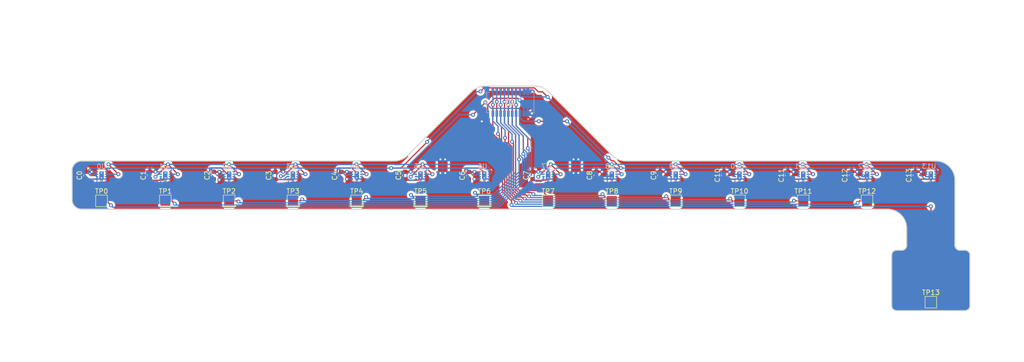
<source format=kicad_pcb>
(kicad_pcb
	(version 20240108)
	(generator "pcbnew")
	(generator_version "8.0")
	(general
		(thickness 1.6)
		(legacy_teardrops no)
	)
	(paper "A4")
	(layers
		(0 "F.Cu" signal)
		(31 "B.Cu" signal)
		(32 "B.Adhes" user "B.Adhesive")
		(33 "F.Adhes" user "F.Adhesive")
		(34 "B.Paste" user)
		(35 "F.Paste" user)
		(36 "B.SilkS" user "B.Silkscreen")
		(37 "F.SilkS" user "F.Silkscreen")
		(38 "B.Mask" user)
		(39 "F.Mask" user)
		(40 "Dwgs.User" user "User.Drawings")
		(41 "Cmts.User" user "User.Comments")
		(42 "Eco1.User" user "User.Eco1")
		(43 "Eco2.User" user "User.Eco2")
		(44 "Edge.Cuts" user)
		(45 "Margin" user)
		(46 "B.CrtYd" user "B.Courtyard")
		(47 "F.CrtYd" user "F.Courtyard")
		(48 "B.Fab" user)
		(49 "F.Fab" user)
		(50 "User.1" user)
		(51 "User.2" user)
		(52 "User.3" user)
		(53 "User.4" user)
		(54 "User.5" user)
		(55 "User.6" user)
		(56 "User.7" user)
		(57 "User.8" user)
		(58 "User.9" user)
	)
	(setup
		(stackup
			(layer "F.SilkS"
				(type "Top Silk Screen")
			)
			(layer "F.Paste"
				(type "Top Solder Paste")
			)
			(layer "F.Mask"
				(type "Top Solder Mask")
				(thickness 0.01)
			)
			(layer "F.Cu"
				(type "copper")
				(thickness 0.035)
			)
			(layer "dielectric 1"
				(type "core")
				(thickness 1.51)
				(material "FR4")
				(epsilon_r 4.5)
				(loss_tangent 0.02)
			)
			(layer "B.Cu"
				(type "copper")
				(thickness 0.035)
			)
			(layer "B.Mask"
				(type "Bottom Solder Mask")
				(thickness 0.01)
			)
			(layer "B.Paste"
				(type "Bottom Solder Paste")
			)
			(layer "B.SilkS"
				(type "Bottom Silk Screen")
			)
			(copper_finish "None")
			(dielectric_constraints no)
		)
		(pad_to_mask_clearance 0)
		(allow_soldermask_bridges_in_footprints no)
		(pcbplotparams
			(layerselection 0x00010fc_ffffffff)
			(plot_on_all_layers_selection 0x0000000_00000000)
			(disableapertmacros no)
			(usegerberextensions no)
			(usegerberattributes yes)
			(usegerberadvancedattributes yes)
			(creategerberjobfile yes)
			(dashed_line_dash_ratio 12.000000)
			(dashed_line_gap_ratio 3.000000)
			(svgprecision 4)
			(plotframeref no)
			(viasonmask no)
			(mode 1)
			(useauxorigin no)
			(hpglpennumber 1)
			(hpglpenspeed 20)
			(hpglpendiameter 15.000000)
			(pdf_front_fp_property_popups yes)
			(pdf_back_fp_property_popups yes)
			(dxfpolygonmode yes)
			(dxfimperialunits yes)
			(dxfusepcbnewfont yes)
			(psnegative no)
			(psa4output no)
			(plotreference yes)
			(plotvalue yes)
			(plotfptext yes)
			(plotinvisibletext no)
			(sketchpadsonfab no)
			(subtractmaskfromsilk no)
			(outputformat 1)
			(mirror no)
			(drillshape 1)
			(scaleselection 1)
			(outputdirectory "")
		)
	)
	(net 0 "")
	(net 1 "GND")
	(net 2 "unconnected-(U3-ALERT-Pad3)")
	(net 3 "/SDA")
	(net 4 "+3V3")
	(net 5 "/SCL")
	(net 6 "unconnected-(U6-ALERT-Pad3)")
	(net 7 "unconnected-(U7-ALERT-Pad3)")
	(net 8 "unconnected-(U1-ALERT-Pad3)")
	(net 9 "unconnected-(U2-ALERT-Pad3)")
	(net 10 "unconnected-(U4-ALERT-Pad3)")
	(net 11 "unconnected-(U5-ALERT-Pad3)")
	(net 12 "unconnected-(U8-ALERT-Pad3)")
	(net 13 "unconnected-(U9-ALERT-Pad3)")
	(net 14 "unconnected-(U10-ALERT-Pad3)")
	(net 15 "unconnected-(U11-ALERT-Pad3)")
	(net 16 "unconnected-(U12-ALERT-Pad3)")
	(net 17 "Net-(J0-Pin_13)")
	(net 18 "Net-(J0-Pin_8)")
	(net 19 "Net-(J0-Pin_17)")
	(net 20 "Net-(J0-Pin_7)")
	(net 21 "Net-(J0-Pin_15)")
	(net 22 "Net-(J0-Pin_20)")
	(net 23 "Net-(J0-Pin_12)")
	(net 24 "Net-(J0-Pin_9)")
	(net 25 "Net-(J0-Pin_11)")
	(net 26 "Net-(J0-Pin_10)")
	(net 27 "Net-(J0-Pin_14)")
	(net 28 "Net-(J0-Pin_16)")
	(net 29 "Net-(J0-Pin_19)")
	(net 30 "Net-(J0-Pin_18)")
	(net 31 "unconnected-(U13-ALERT-Pad3)")
	(net 32 "unconnected-(U0-ALERT-Pad3)")
	(footprint "Capacitor_SMD:C_0603_1608Metric" (layer "F.Cu") (at 74.1 91.35 -90))
	(footprint "TestPoint:TestPoint_Pad_2.0x2.0mm" (layer "F.Cu") (at 143.3 96.62))
	(footprint "TestPoint:TestPoint_Pad_2.0x2.0mm" (layer "F.Cu") (at 209.3 96.62))
	(footprint "TestPoint:TestPoint_Pad_2.0x2.0mm" (layer "F.Cu") (at 222.5 96.62))
	(footprint "Capacitor_SMD:C_0603_1608Metric" (layer "F.Cu") (at 100.07 91.38 -90))
	(footprint "Capacitor_SMD:C_0603_1608Metric" (layer "F.Cu") (at 113.69 91.39 -90))
	(footprint "TestPoint:TestPoint_Pad_2.0x2.0mm" (layer "F.Cu") (at 77.31 96.62))
	(footprint "TestPoint:TestPoint_Pad_2.0x2.0mm" (layer "F.Cu") (at 64.1 96.62))
	(footprint "Capacitor_SMD:C_0603_1608Metric" (layer "F.Cu") (at 87.3 91.35 -90))
	(footprint "Capacitor_SMD:C_0603_1608Metric" (layer "F.Cu") (at 153.3 91.35 -90))
	(footprint "TestPoint:TestPoint_Pad_2.0x2.0mm" (layer "F.Cu") (at 156.5 96.62))
	(footprint "TestPoint:TestPoint_Pad_2.0x2.0mm" (layer "F.Cu") (at 196.11 96.62))
	(footprint "Capacitor_SMD:C_0603_1608Metric" (layer "F.Cu") (at 126.89 91.365 -90))
	(footprint "Capacitor_SMD:C_0603_1608Metric" (layer "F.Cu") (at 192.9 91.35 -90))
	(footprint "TestPoint:TestPoint_Pad_2.0x2.0mm" (layer "F.Cu") (at 130.1 96.62))
	(footprint "TestPoint:TestPoint_Pad_2.0x2.0mm" (layer "F.Cu") (at 235.71 117.61))
	(footprint "TestPoint:TestPoint_Pad_2.0x2.0mm" (layer "F.Cu") (at 169.7 96.62))
	(footprint "TestPoint:TestPoint_Pad_2.0x2.0mm" (layer "F.Cu") (at 182.9 96.62))
	(footprint "Capacitor_SMD:C_0603_1608Metric" (layer "F.Cu") (at 140.09 91.39 -90))
	(footprint "TestPoint:TestPoint_Pad_2.0x2.0mm" (layer "F.Cu") (at 103.71 96.62))
	(footprint "Capacitor_SMD:C_0603_1608Metric" (layer "F.Cu") (at 206.1 91.35 -90))
	(footprint "Capacitor_SMD:C_0603_1608Metric" (layer "F.Cu") (at 60.9 91.35 -90))
	(footprint "Capacitor_SMD:C_0603_1608Metric" (layer "F.Cu") (at 219.3 91.35 -90))
	(footprint "Capacitor_SMD:C_0603_1608Metric" (layer "F.Cu") (at 179.7 91.35 -90))
	(footprint "TestPoint:TestPoint_Pad_2.0x2.0mm" (layer "F.Cu") (at 90.5 96.62))
	(footprint "Capacitor_SMD:C_0603_1608Metric" (layer "F.Cu") (at 232.5 91.35 -90))
	(footprint "Capacitor_SMD:C_0603_1608Metric" (layer "F.Cu") (at 166.5 91.35 -90))
	(footprint "TestPoint:TestPoint_Pad_2.0x2.0mm" (layer "F.Cu") (at 116.9 96.62))
	(footprint "Package_SON:WSON-8-1EP_2x2mm_P0.5mm_EP0.9x1.6mm_ThermalVias" (layer "B.Cu") (at 156.5 91.35 180))
	(footprint "Package_SON:WSON-8-1EP_2x2mm_P0.5mm_EP0.9x1.6mm_ThermalVias" (layer "B.Cu") (at 103.7 91.35 180))
	(footprint "Package_SON:WSON-8-1EP_2x2mm_P0.5mm_EP0.9x1.6mm_ThermalVias" (layer "B.Cu") (at 235.7 91.35 180))
	(footprint "Package_SON:WSON-8-1EP_2x2mm_P0.5mm_EP0.9x1.6mm_ThermalVias" (layer "B.Cu") (at 90.5 91.35 180))
	(footprint "Package_SON:WSON-8-1EP_2x2mm_P0.5mm_EP0.9x1.6mm_ThermalVias" (layer "B.Cu") (at 196.1 91.35 180))
	(footprint "MV_Abnehmerplatine:533092070" (layer "B.Cu") (at 148.68 76.26))
	(footprint "Package_SON:WSON-8-1EP_2x2mm_P0.5mm_EP0.9x1.6mm_ThermalVias" (layer "B.Cu") (at 116.9 91.35 180))
	(footprint "Package_SON:WSON-8-1EP_2x2mm_P0.5mm_EP0.9x1.6mm_ThermalVias" (layer "B.Cu") (at 143.3 91.35 180))
	(footprint "Package_SON:WSON-8-1EP_2x2mm_P0.5mm_EP0.9x1.6mm_ThermalVias" (layer "B.Cu") (at 77.3 91.35 180))
	(footprint "Package_SON:WSON-8-1EP_2x2mm_P0.5mm_EP0.9x1.6mm_ThermalVias" (layer "B.Cu") (at 222.5 91.35 180))
	(footprint "Package_SON:WSON-8-1EP_2x2mm_P0.5mm_EP0.9x1.6mm_ThermalVias" (layer "B.Cu") (at 169.7 91.35 180))
	(footprint "Package_SON:WSON-8-1EP_2x2mm_P0.5mm_EP0.9x1.6mm_ThermalVias" (layer "B.Cu") (at 130.1 91.35 180))
	(footprint "Package_SON:WSON-8-1EP_2x2mm_P0.5mm_EP0.9x1.6mm_ThermalVias"
		(layer "B.Cu")
		(uuid "cebc6ab1-22a4-48d4-b7c3-a97a55c10e0b")
		(at 209.3 91.35 180)
		(descr "8-Lead Plastic WSON, 2x2mm Body, 0.5mm Pitch, WSON-8, http://www.ti.com/lit/ds/symlink/lm27761.pdf")
		(tags "WSON 8 1EP ThermalVias")
		(property "Reference" "U11"
			(at 0.38 1.9 180)
			(layer "B.SilkS")
			(uuid "df15d7d7-0a21-4ca7-b56e-56fbfdac1bf0")
			(effects
				(font
					(size 1 1)
					(thickness 0.15)
				)
				(justify mirror)
			)
		)
		(property "Value" "TMP1075DSG"
			(at 0.01 -2.14 180)
			(layer "B.Fab")
			(uuid "40b8c5b3-f5b7-40e5-bc78-885e5379874e")
			(effects
				(font
					(size 1 1)
					(thickness 0.15)
				)
				(justify mirror)
			)
		)
		(property "Footprint" "Package_SON:WSON-8-1EP_2x2mm_P0.5mm_EP0.9x1.6mm_ThermalVias"
			(at 0 0 0)
			(unlocked yes)
			(layer "B.Fab")
			(hide yes)
			(uuid "5e4d230c-2f8a-46ee-9b94-b70536680556")
			(effects
				(font
					(size 1.27 1.27)
				)
				(justify mirror)
			)
		)
		(property "Datasheet" "https://www.ti.com/lit/gpn/tmp1075"
			(at 0 0 0)
			(unlocked yes)
			(layer "B.Fab")
			(hide yes)
			(uuid "025a387f-be55-4094-9237-126f6ae56774")
			(effects
				(font
					(size 1.27 1.27)
				)
				(justify mirror)
			)
		)
		(property "Description" ""
			(at 0 0 0)
			(unlocked yes)
			(layer "B.Fab")
			(hide yes)
			(uuid "8bfb4beb-efea-49b2-9c14-4c8713eff8a8")
			(effects
				(font
					(size 1.27 1.27)
				)
				(justify mirror)
			)
		)
		(property ki_fp_filters "WSON*1EP*2x2mm*P0.5mm*"
... [386783 chars truncated]
</source>
